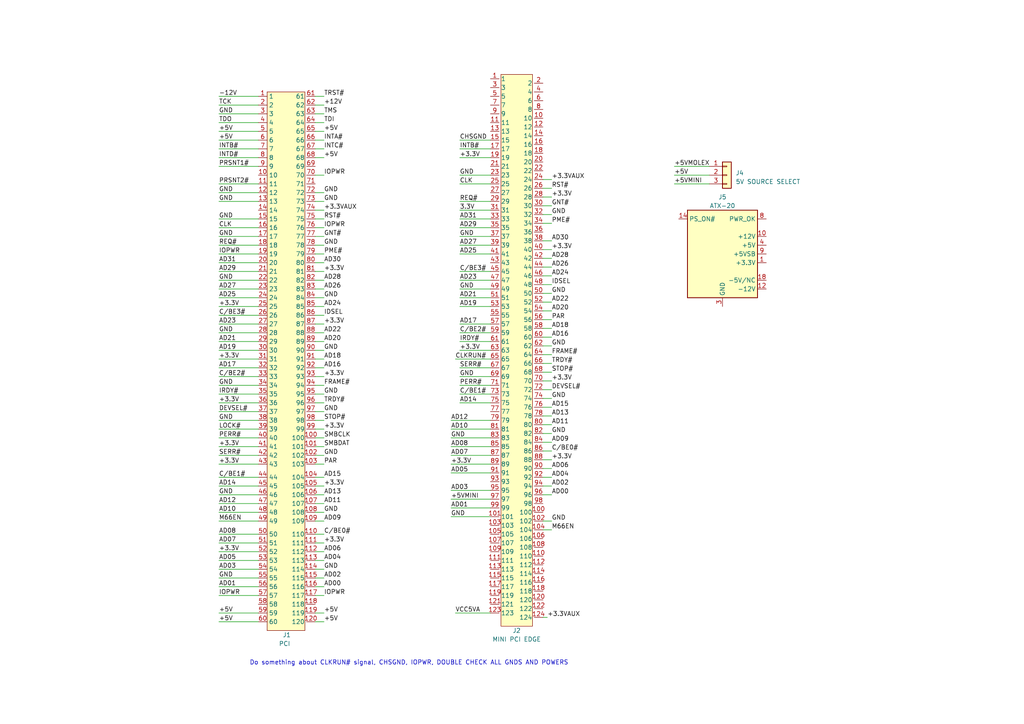
<source format=kicad_sch>
(kicad_sch (version 20230121) (generator eeschema)
  (paper "A4")
  (lib_symbols
    (symbol "Connector:ATX-20"
      (property "Reference" "J" (at -8.89 13.97 0))
      (property "Value" "ATX-20" (at 6.35 13.97 0))
      (symbol "ATX-20_0_1"
        (rectangle (start -10.16 12.7) (end 10.16 -12.7) (stroke (width 0.254)) (fill (type background)))
      )
      (symbol "ATX-20_1_1"
        (pin power_out line (at 12.7 -2.54 180) (length 2.54) (name "+3.3V") (number "1"))
        (pin power_out line (at 12.7 5.08 180) (length 2.54) (name "+12V") (number "10"))
        (pin passive line (at 12.7 -2.54 180) (length 2.54) hide (name "+3.3V") (number "11"))
        (pin power_out line (at 12.7 -10.16 180) (length 2.54) (name "-12V") (number "12"))
        (pin passive line (at 0 -15.24 90) (length 2.54) hide (name "GND") (number "13"))
        (pin open_collector line (at -12.7 10.16 0) (length 2.54) (name "PS_ON#") (number "14"))
        (pin passive line (at 0 -15.24 90) (length 2.54) hide (name "GND") (number "15"))
        (pin passive line (at 0 -15.24 90) (length 2.54) hide (name "GND") (number "16"))
        (pin passive line (at 0 -15.24 90) (length 2.54) hide (name "GND") (number "17"))
        (pin power_out line (at 12.7 -7.62 180) (length 2.54) (name "-5V/NC") (number "18"))
        (pin passive line (at 12.7 2.54 180) (length 2.54) hide (name "+5V") (number "19"))
        (pin passive line (at 12.7 -2.54 180) (length 2.54) hide (name "+3.3V") (number "2"))
        (pin passive line (at 12.7 2.54 180) (length 2.54) hide (name "+5V") (number "20"))
        (pin power_out line (at 0 -15.24 90) (length 2.54) (name "GND") (number "3"))
        (pin power_out line (at 12.7 2.54 180) (length 2.54) (name "+5V") (number "4"))
        (pin passive line (at 0 -15.24 90) (length 2.54) hide (name "GND") (number "5"))
        (pin passive line (at 12.7 2.54 180) (length 2.54) hide (name "+5V") (number "6"))
        (pin passive line (at 0 -15.24 90) (length 2.54) hide (name "GND") (number "7"))
        (pin output line (at 12.7 10.16 180) (length 2.54) (name "PWR_OK") (number "8"))
        (pin power_out line (at 12.7 0 180) (length 2.54) (name "+5VSB") (number "9"))
      )
    )
    (symbol "Connector_Generic:Conn_01x03" (pin_names (offset 1.016) hide)
      (property "Reference" "J" (at 0 5.08 0))
      (property "Value" "Conn_01x03" (at 0 -5.08 0))
      (symbol "Conn_01x03_1_1"
        (rectangle (start -1.27 -2.413) (end 0 -2.667) (stroke (width 0.1524)))
        (rectangle (start -1.27 0.127) (end 0 -0.127) (stroke (width 0.1524)))
        (rectangle (start -1.27 2.667) (end 0 2.413) (stroke (width 0.1524)))
        (rectangle (start -1.27 3.81) (end 1.27 -3.81) (stroke (width 0.254)) (fill (type background)))
        (pin passive line (at -5.08 2.54 0) (length 3.81) (name "Pin_1") (number "1"))
        (pin passive line (at -5.08 0 0) (length 3.81) (name "Pin_2") (number "2"))
        (pin passive line (at -5.08 -2.54 0) (length 3.81) (name "Pin_3") (number "3"))
      )
    )
    (symbol "PCI:PCI"
      (property "Reference" "J" (at -5.08 85.09 0))
      (symbol "PCI_0_1"
        (rectangle (start -5.08 83.82) (end 5.8965 -72.39) (fill (type background)))
      )
      (symbol "PCI_1_1"
        (pin input line (at -7.62 -71.12 0) (length 2.54) (name "1") (number "1"))
        (pin input line (at -7.62 -48.26 0) (length 2.54) (name "10") (number "10"))
        (pin input line (at 8.89 27.94 180) (length 2.54) (name "100") (number "100"))
        (pin input line (at 8.89 30.48 180) (length 2.54) (name "101") (number "101"))
        (pin input line (at 8.89 33.02 180) (length 2.54) (name "102") (number "102"))
        (pin input line (at 8.89 35.56 180) (length 2.54) (name "103") (number "103"))
        (pin input line (at 8.89 39.37 180) (length 2.54) (name "104") (number "104"))
        (pin input line (at 8.89 41.91 180) (length 2.54) (name "105") (number "105"))
        (pin input line (at 8.89 44.45 180) (length 2.54) (name "106") (number "106"))
        (pin input line (at 8.89 46.99 180) (length 2.54) (name "107") (number "107"))
        (pin input line (at 8.89 49.53 180) (length 2.54) (name "108") (number "108"))
        (pin input line (at 8.89 52.07 180) (length 2.54) (name "109") (number "109"))
        (pin input line (at -7.62 -45.72 0) (length 2.54) (name "11") (number "11"))
        (pin input line (at 8.89 55.88 180) (length 2.54) (name "110") (number "110"))
        (pin input line (at 8.89 58.42 180) (length 2.54) (name "111") (number "111"))
        (pin input line (at 8.89 60.96 180) (length 2.54) (name "112") (number "112"))
        (pin input line (at 8.89 63.5 180) (length 2.54) (name "113") (number "113"))
        (pin input line (at 8.89 66.04 180) (length 2.54) (name "114") (number "114"))
        (pin input line (at 8.89 68.58 180) (length 2.54) (name "115") (number "115"))
        (pin input line (at 8.89 71.12 180) (length 2.54) (name "116") (number "116"))
        (pin input line (at 8.89 73.66 180) (length 2.54) (name "117") (number "117"))
        (pin input line (at 8.89 76.2 180) (length 2.54) (name "118") (number "118"))
        (pin input line (at 8.89 78.74 180) (length 2.54) (name "119") (number "119"))
        (pin input line (at -7.62 -43.18 0) (length 2.54) (name "12") (number "12"))
        (pin input line (at 8.89 81.28 180) (length 2.54) (name "120") (number "120"))
        (pin input line (at -7.62 -40.64 0) (length 2.54) (name "13") (number "13"))
        (pin input line (at -7.62 -38.1 0) (length 2.54) (name "14") (number "14"))
        (pin input line (at -7.62 -35.56 0) (length 2.54) (name "15") (number "15"))
        (pin input line (at -7.62 -33.02 0) (length 2.54) (name "16") (number "16"))
        (pin input line (at -7.62 -30.48 0) (length 2.54) (name "17") (number "17"))
        (pin input line (at -7.62 -27.94 0) (length 2.54) (name "18") (number "18"))
        (pin input line (at -7.62 -25.4 0) (length 2.54) (name "19") (number "19"))
        (pin input line (at -7.62 -68.58 0) (length 2.54) (name "2") (number "2"))
        (pin input line (at -7.62 -22.86 0) (length 2.54) (name "20") (number "20"))
        (pin input line (at -7.62 -20.32 0) (length 2.54) (name "21") (number "21"))
        (pin input line (at -7.62 -17.78 0) (length 2.54) (name "22") (number "22"))
        (pin input line (at -7.62 -15.24 0) (length 2.54) (name "23") (number "23"))
        (pin input line (at -7.62 -12.7 0) (length 2.54) (name "24") (number "24"))
        (pin input line (at -7.62 -10.16 0) (length 2.54) (name "25") (number "25"))
        (pin input line (at -7.62 -7.62 0) (length 2.54) (name "26") (number "26"))
        (pin input line (at -7.62 -5.08 0) (length 2.54) (name "27") (number "27"))
        (pin input line (at -7.62 -2.54 0) (length 2.54) (name "28") (number "28"))
        (pin input line (at -7.62 0 0) (length 2.54) (name "29") (number "29"))
        (pin input line (at -7.62 -66.04 0) (length 2.54) (name "3") (number "3"))
        (pin input line (at -7.62 2.54 0) (length 2.54) (name "30") (number "30"))
        (pin input line (at -7.62 5.08 0) (length 2.54) (name "31") (number "31"))
        (pin input line (at -7.62 7.62 0) (length 2.54) (name "32") (number "32"))
        (pin input line (at -7.62 10.16 0) (length 2.54) (name "33") (number "33"))
        (pin input line (at -7.62 12.7 0) (length 2.54) (name "34") (number "34"))
        (pin input line (at -7.62 15.24 0) (length 2.54) (name "35") (number "35"))
        (pin input line (at -7.62 17.78 0) (length 2.54) (name "36") (number "36"))
        (pin input line (at -7.62 20.32 0) (length 2.54) (name "37") (number "37"))
        (pin input line (at -7.62 22.86 0) (length 2.54) (name "38") (number "38"))
        (pin input line (at -7.62 25.4 0) (length 2.54) (name "39") (number "39"))
        (pin input line (at -7.62 -63.5 0) (length 2.54) (name "4") (number "4"))
        (pin input line (at -7.62 27.94 0) (length 2.54) (name "40") (number "40"))
        (pin input line (at -7.62 30.48 0) (length 2.54) (name "41") (number "41"))
        (pin input line (at -7.62 33.02 0) (length 2.54) (name "42") (number "42"))
        (pin input line (at -7.62 35.56 0) (length 2.54) (name "43") (number "43"))
        (pin input line (at -7.62 39.37 0) (length 2.54) (name "44") (number "44"))
        (pin input line (at -7.62 41.91 0) (length 2.54) (name "45") (number "45"))
        (pin input line (at -7.62 44.45 0) (length 2.54) (name "46") (number "46"))
        (pin input line (at -7.62 46.99 0) (length 2.54) (name "47") (number "47"))
        (pin input line (at -7.62 49.53 0) (length 2.54) (name "48") (number "48"))
        (pin input line (at -7.62 52.07 0) (length 2.54) (name "49") (number "49"))
        (pin input line (at -7.62 -60.96 0) (length 2.54) (name "5") (number "5"))
        (pin input line (at -7.62 55.88 0) (length 2.54) (name "50") (number "50"))
        (pin input line (at -7.62 58.42 0) (length 2.54) (name "51") (number "51"))
        (pin input line (at -7.62 60.96 0) (length 2.54) (name "52") (number "52"))
        (pin input line (at -7.62 63.5 0) (length 2.54) (name "53") (number "53"))
        (pin input line (at -7.62 66.04 0) (length 2.54) (name "54") (number "54"))
        (pin input line (at -7.62 68.58 0) (length 2.54) (name "55") (number "55"))
        (pin input line (at -7.62 71.12 0) (length 2.54) (name "56") (number "56"))
        (pin input line (at -7.62 73.66 0) (length 2.54) (name "57") (number "57"))
        (pin input line (at -7.62 76.2 0) (length 2.54) (name "58") (number "58"))
        (pin input line (at -7.62 78.74 0) (length 2.54) (name "59") (number "59"))
        (pin input line (at -7.62 -58.42 0) (length 2.54) (name "6") (number "6"))
        (pin input line (at -7.62 81.28 0) (length 2.54) (name "60") (number "60"))
        (pin input line (at 8.89 -71.12 180) (length 2.54) (name "61") (number "61"))
        (pin input line (at 8.89 -68.58 180) (length 2.54) (name "62") (number "62"))
        (pin input line (at 8.89 -66.04 180) (length 2.54) (name "63") (number "63"))
        (pin input line (at 8.89 -63.5 180) (length 2.54) (name "64") (number "64"))
        (pin input line (at 8.89 -60.96 180) (length 2.54) (name "65") (number "65"))
        (pin input line (at 8.89 -58.42 180) (length 2.54) (name "66") (number "66"))
        (pin input line (at 8.89 -55.88 180) (length 2.54) (name "67") (number "67"))
        (pin input line (at 8.89 -53.34 180) (length 2.54) (name "68") (number "68"))
        (pin input line (at 8.89 -50.8 180) (length 2.54) (name "69") (number "69"))
        (pin input line (at -7.62 -55.88 0) (length 2.54) (name "7") (number "7"))
        (pin input line (at 8.89 -48.26 180) (length 2.54) (name "70") (number "70"))
        (pin input line (at 8.89 -45.72 180) (length 2.54) (name "71") (number "71"))
        (pin input line (at 8.89 -43.18 180) (length 2.54) (name "72") (number "72"))
        (pin input line (at 8.89 -40.64 180) (length 2.54) (name "73") (number "73"))
        (pin input line (at 8.89 -38.1 180) (length 2.54) (name "74") (number "74"))
        (pin input line (at 8.89 -35.56 180) (length 2.54) (name "75") (number "75"))
        (pin input line (at 8.89 -33.02 180) (length 2.54) (name "76") (number "76"))
        (pin input line (at 8.89 -30.48 180) (length 2.54) (name "77") (number "77"))
        (pin input line (at 8.89 -27.94 180) (length 2.54) (name "78") (number "78"))
        (pin input line (at 8.89 -25.4 180) (length 2.54) (name "79") (number "79"))
        (pin input line (at -7.62 -53.34 0) (length 2.54) (name "8") (number "8"))
        (pin input line (at 8.89 -22.86 180) (length 2.54) (name "80") (number "80"))
        (pin input line (at 8.89 -20.32 180) (length 2.54) (name "81") (number "81"))
        (pin input line (at 8.89 -17.78 180) (length 2.54) (name "82") (number "82"))
        (pin input line (at 8.89 -15.24 180) (length 2.54) (name "83") (number "83"))
        (pin input line (at 8.89 -12.7 180) (length 2.54) (name "84") (number "84"))
        (pin input line (at 8.89 -10.16 180) (length 2.54) (name "85") (number "85"))
        (pin input line (at 8.89 -7.62 180) (length 2.54) (name "86") (number "86"))
        (pin input line (at 8.89 -5.08 180) (length 2.54) (name "87") (number "87"))
        (pin input line (at 8.89 -2.54 180) (length 2.54) (name "88") (number "88"))
        (pin input line (at 8.89 0 180) (length 2.54) (name "89") (number "89"))
        (pin input line (at -7.62 -50.8 0) (length 2.54) (name "9") (number "9"))
        (pin input line (at 8.89 2.54 180) (length 2.54) (name "90") (number "90"))
        (pin input line (at 8.89 5.08 180) (length 2.54) (name "91") (number "91"))
        (pin input line (at 8.89 7.62 180) (length 2.54) (name "92") (number "92"))
        (pin input line (at 8.89 10.16 180) (length 2.54) (name "93") (number "93"))
        (pin input line (at 8.89 12.7 180) (length 2.54) (name "94") (number "94"))
        (pin input line (at 8.89 15.24 180) (length 2.54) (name "95") (number "95"))
        (pin input line (at 8.89 17.78 180) (length 2.54) (name "96") (number "96"))
        (pin input line (at 8.89 20.32 180) (length 2.54) (name "97") (number "97"))
        (pin input line (at 8.89 22.86 180) (length 2.54) (name "98") (number "98"))
        (pin input line (at 8.89 25.4 180) (length 2.54) (name "99") (number "99"))
      )
    )
    (symbol "PCI:minipci"
      (property "Reference" "J" (at -5.08 118.11 0))
      (symbol "minipci_0_1"
        (rectangle (start -4.5551 195.58) (end 4.5903 35.56) (fill (type background)))
      )
      (symbol "minipci_1_1"
        (pin input line (at -7.62 36.83 0) (length 2.54) (name "1") (number "1"))
        (pin input line (at 7.62 48.26 180) (length 2.54) (name "10") (number "10"))
        (pin input line (at 7.62 162.56 180) (length 2.54) (name "100") (number "100"))
        (pin input line (at -7.62 163.83 0) (length 2.54) (name "101") (number "101"))
        (pin input line (at 7.62 165.1 180) (length 2.54) (name "102") (number "102"))
        (pin input line (at -7.62 166.37 0) (length 2.54) (name "103") (number "103"))
        (pin input line (at 7.62 167.64 180) (length 2.54) (name "104") (number "104"))
        (pin input line (at -7.62 168.91 0) (length 2.54) (name "105") (number "105"))
        (pin input line (at 7.62 170.18 180) (length 2.54) (name "106") (number "106"))
        (pin input line (at -7.62 171.45 0) (length 2.54) (name "107") (number "107"))
        (pin input line (at 7.62 172.72 180) (length 2.54) (name "108") (number "108"))
        (pin input line (at -7.62 173.99 0) (length 2.54) (name "109") (number "109"))
        (pin input line (at -7.62 49.53 0) (length 2.54) (name "11") (number "11"))
        (pin input line (at 7.62 175.26 180) (length 2.54) (name "110") (number "110"))
        (pin input line (at -7.62 176.53 0) (length 2.54) (name "111") (number "111"))
        (pin input line (at 7.62 177.8 180) (length 2.54) (name "112") (number "112"))
        (pin input line (at -7.62 179.07 0) (length 2.54) (name "113") (number "113"))
        (pin input line (at 7.62 180.34 180) (length 2.54) (name "114") (number "114"))
        (pin input line (at -7.62 181.61 0) (length 2.54) (name "115") (number "115"))
        (pin input line (at 7.62 182.88 180) (length 2.54) (name "116") (number "116"))
        (pin input line (at -7.62 184.15 0) (length 2.54) (name "117") (number "117"))
        (pin input line (at 7.62 185.42 180) (length 2.54) (name "118") (number "118"))
        (pin input line (at -7.62 186.69 0) (length 2.54) (name "119") (number "119"))
        (pin input line (at 7.62 50.8 180) (length 2.54) (name "12") (number "12"))
        (pin input line (at 7.62 187.96 180) (length 2.54) (name "120") (number "120"))
        (pin input line (at -7.62 189.23 0) (length 2.54) (name "121") (number "121"))
        (pin input line (at 7.62 190.5 180) (length 2.54) (name "122") (number "122"))
        (pin input line (at -7.62 191.77 0) (length 2.54) (name "123") (number "123"))
        (pin input line (at 7.62 193.04 180) (length 2.54) (name "124") (number "124"))
        (pin input line (at -7.62 52.07 0) (length 2.54) (name "13") (number "13"))
        (pin input line (at 7.62 53.34 180) (length 2.54) (name "14") (number "14"))
        (pin input line (at -7.62 54.61 0) (length 2.54) (name "15") (number "15"))
        (pin input line (at 7.62 55.88 180) (length 2.54) (name "16") (number "16"))
        (pin input line (at -7.62 57.15 0) (length 2.54) (name "17") (number "17"))
        (pin input line (at 7.62 58.42 180) (length 2.54) (name "18") (number "18"))
        (pin input line (at -7.62 59.69 0) (length 2.54) (name "19") (number "19"))
        (pin input line (at 7.62 38.1 180) (length 2.54) (name "2") (number "2"))
        (pin input line (at 7.62 60.96 180) (length 2.54) (name "20") (number "20"))
        (pin input line (at -7.62 62.23 0) (length 2.54) (name "21") (number "21"))
        (pin input line (at 7.62 63.5 180) (length 2.54) (name "22") (number "22"))
        (pin input line (at -7.62 64.77 0) (length 2.54) (name "23") (number "23"))
        (pin input line (at 7.62 66.04 180) (length 2.54) (name "24") (number "24"))
        (pin input line (at -7.62 67.31 0) (length 2.54) (name "25") (number "25"))
        (pin input line (at 7.62 68.58 180) (length 2.54) (name "26") (number "26"))
        (pin input line (at -7.62 69.85 0) (length 2.54) (name "27") (number "27"))
        (pin input line (at 7.62 71.12 180) (length 2.54) (name "28") (number "28"))
        (pin input line (at -7.62 72.39 0) (length 2.54) (name "29") (number "29"))
        (pin input line (at -7.62 39.37 0) (length 2.54) (name "3") (number "3"))
        (pin input line (at 7.62 73.66 180) (length 2.54) (name "30") (number "30"))
        (pin input line (at -7.62 74.93 0) (length 2.54) (name "31") (number "31"))
        (pin input line (at 7.62 76.2 180) (length 2.54) (name "32") (number "32"))
        (pin input line (at -7.62 77.47 0) (length 2.54) (name "33") (number "33"))
        (pin input line (at 7.62 78.74 180) (length 2.54) (name "34") (number "34"))
        (pin input line (at -7.62 80.01 0) (length 2.54) (name "35") (number "35"))
        (pin input line (at 7.62 81.28 180) (length 2.54) (name "36") (number "36"))
        (pin input line (at -7.62 82.55 0) (length 2.54) (name "37") (number "37"))
        (pin input line (at 7.62 83.82 180) (length 2.54) (name "38") (number "38"))
        (pin input line (at -7.62 85.09 0) (length 2.54) (name "39") (number "39"))
        (pin input line (at 7.62 40.64 180) (length 2.54) (name "4") (number "4"))
        (pin input line (at 7.62 86.36 180) (length 2.54) (name "40") (number "40"))
        (pin input line (at -7.62 87.63 0) (length 2.54) (name "41") (number "41"))
        (pin input line (at 7.62 88.9 180) (length 2.54) (name "42") (number "42"))
        (pin input line (at -7.62 90.17 0) (length 2.54) (name "43") (number "43"))
        (pin input line (at 7.62 91.44 180) (length 2.54) (name "44") (number "44"))
        (pin input line (at -7.62 92.71 0) (length 2.54) (name "45") (number "45"))
        (pin input line (at 7.62 93.98 180) (length 2.54) (name "46") (number "46"))
        (pin input line (at -7.62 95.25 0) (length 2.54) (name "47") (number "47"))
        (pin input line (at 7.62 96.52 180) (length 2.54) (name "48") (number "48"))
        (pin input line (at -7.62 97.79 0) (length 2.54) (name "49") (number "49"))
        (pin input line (at -7.62 41.91 0) (length 2.54) (name "5") (number "5"))
        (pin input line (at 7.62 99.06 180) (length 2.54) (name "50") (number "50"))
        (pin input line (at -7.62 100.33 0) (length 2.54) (name "51") (number "51"))
        (pin input line (at 7.62 101.6 180) (length 2.54) (name "52") (number "52"))
        (pin input line (at -7.62 102.87 0) (length 2.54) (name "53") (number "53"))
        (pin input line (at 7.62 104.14 180) (length 2.54) (name "54") (number "54"))
        (pin input line (at -7.62 105.41 0) (length 2.54) (name "55") (number "55"))
        (pin input line (at 7.62 106.68 180) (length 2.54) (name "56") (number "56"))
        (pin input line (at -7.62 107.95 0) (length 2.54) (name "57") (number "57"))
        (pin input line (at 7.62 109.22 180) (length 2.54) (name "58") (number "58"))
        (pin input line (at -7.62 110.49 0) (length 2.54) (name "59") (number "59"))
        (pin input line (at 7.62 43.18 180) (length 2.54) (name "6") (number "6"))
        (pin input line (at 7.62 111.76 180) (length 2.54) (name "60") (number "60"))
        (pin input line (at -7.62 113.03 0) (length 2.54) (name "61") (number "61"))
        (pin input line (at 7.62 114.3 180) (length 2.54) (name "62") (number "62"))
        (pin input line (at -7.62 115.57 0) (length 2.54) (name "63") (number "63"))
        (pin input line (at 7.62 116.84 180) (length 2.54) (name "64") (number "64"))
        (pin input line (at -7.62 118.11 0) (length 2.54) (name "65") (number "65"))
        (pin input line (at 7.62 119.38 180) (length 2.54) (name "66") (number "66"))
        (pin input line (at -7.62 120.65 0) (length 2.54) (name "67") (number "67"))
        (pin input line (at 7.62 121.92 180) (length 2.54) (name "68") (number "68"))
        (pin input line (at -7.62 123.19 0) (length 2.54) (name "69") (number "69"))
        (pin input line (at -7.62 44.45 0) (length 2.54) (name "7") (number "7"))
        (pin input line (at 7.62 124.46 180) (length 2.54) (name "70") (number "70"))
        (pin input line (at -7.62 125.73 0) (length 2.54) (name "71") (number "71"))
        (pin input line (at 7.62 127 180) (length 2.54) (name "72") (number "72"))
        (pin input line (at -7.62 128.27 0) (length 2.54) (name "73") (number "73"))
        (pin input line (at 7.62 129.54 180) (length 2.54) (name "74") (number "74"))
        (pin input line (at -7.62 130.81 0) (length 2.54) (name "75") (number "75"))
        (pin input line (at 7.62 132.08 180) (length 2.54) (name "76") (number "76"))
        (pin input line (at -7.62 133.35 0) (length 2.54) (name "77") (number "77"))
        (pin input line (at 7.62 134.62 180) (length 2.54) (name "78") (number "78"))
        (pin input line (at -7.62 135.89 0) (length 2.54) (name "79") (number "79"))
        (pin input line (at 7.62 45.72 180) (length 2.54) (name "8") (number "8"))
        (pin input line (at 7.62 137.16 180) (length 2.54) (name "80") (number "80"))
        (pin input line (at -7.62 138.43 0) (length 2.54) (name "81") (number "81"))
        (pin input line (at 7.62 139.7 180) (length 2.54) (name "82") (number "82"))
        (pin input line (at -7.62 140.97 0) (length 2.54) (name "83") (number "83"))
        (pin input line (at 7.62 142.24 180) (length 2.54) (name "84") (number "84"))
        (pin input line (at -7.62 143.51 0) (length 2.54) (name "85") (number "85"))
        (pin input line (at 7.62 144.78 180) (length 2.54) (name "86") (number "86"))
        (pin input line (at -7.62 146.05 0) (length 2.54) (name "87") (number "87"))
        (pin input line (at 7.62 147.32 180) (length 2.54) (name "88") (number "88"))
        (pin input line (at -7.62 148.59 0) (length 2.54) (name "89") (number "89"))
        (pin input line (at -7.62 46.99 0) (length 2.54) (name "9") (number "9"))
        (pin input line (at 7.62 149.86 180) (length 2.54) (name "90") (number "90"))
        (pin input line (at -7.62 151.13 0) (length 2.54) (name "91") (number "91"))
        (pin input line (at 7.62 152.4 180) (length 2.54) (name "92") (number "92"))
        (pin input line (at -7.62 153.67 0) (length 2.54) (name "93") (number "93"))
        (pin input line (at 7.62 154.94 180) (length 2.54) (name "94") (number "94"))
        (pin input line (at -7.62 156.21 0) (length 2.54) (name "95") (number "95"))
        (pin input line (at 7.62 157.48 180) (length 2.54) (name "96") (number "96"))
        (pin input line (at -7.62 158.75 0) (length 2.54) (name "97") (number "97"))
        (pin input line (at 7.62 160.02 180) (length 2.54) (name "98") (number "98"))
        (pin input line (at -7.62 161.29 0) (length 2.54) (name "99") (number "99"))
      )
    )
  )
  (wire (pts (xy 74.93 151.13) (xy 63.5 151.13)))
  (wire (pts (xy 63.5 48.26) (xy 74.93 48.26)))
  (wire (pts (xy 74.93 99.06) (xy 63.5 99.06)))
  (wire (pts (xy 133.35 111.76) (xy 142.24 111.76)))
  (wire (pts (xy 142.24 142.24) (xy 130.81 142.24)))
  (wire (pts (xy 133.35 116.84) (xy 142.24 116.84)))
  (wire (pts (xy 63.5 33.02) (xy 74.93 33.02)))
  (wire (pts (xy 93.98 140.97) (xy 91.44 140.97)))
  (wire (pts (xy 160.02 62.23) (xy 157.48 62.23)))
  (wire (pts (xy 160.02 123.19) (xy 157.48 123.19)))
  (wire (pts (xy 93.98 119.38) (xy 91.44 119.38)))
  (wire (pts (xy 93.98 104.14) (xy 91.44 104.14)))
  (wire (pts (xy 93.98 132.08) (xy 91.44 132.08)))
  (wire (pts (xy 74.93 172.72) (xy 63.5 172.72)))
  (wire (pts (xy 74.93 78.74) (xy 63.5 78.74)))
  (wire (pts (xy 142.24 127) (xy 130.81 127)))
  (wire (pts (xy 160.02 57.15) (xy 157.48 57.15)))
  (wire (pts (xy 132.08 104.14) (xy 142.24 104.14)))
  (wire (pts (xy 93.98 151.13) (xy 91.44 151.13)))
  (wire (pts (xy 93.98 124.46) (xy 91.44 124.46)))
  (wire (pts (xy 74.93 165.1) (xy 63.5 165.1)))
  (wire (pts (xy 93.98 172.72) (xy 91.44 172.72)))
  (wire (pts (xy 160.02 105.41) (xy 157.48 105.41)))
  (wire (pts (xy 93.98 83.82) (xy 91.44 83.82)))
  (wire (pts (xy 93.98 30.48) (xy 91.44 30.48)))
  (wire (pts (xy 93.98 78.74) (xy 91.44 78.74)))
  (wire (pts (xy 93.98 127) (xy 91.44 127)))
  (wire (pts (xy 74.93 55.88) (xy 63.5 55.88)))
  (wire (pts (xy 93.98 58.42) (xy 91.44 58.42)))
  (wire (pts (xy 74.93 83.82) (xy 63.5 83.82)))
  (wire (pts (xy 160.02 143.51) (xy 157.48 143.51)))
  (wire (pts (xy 74.93 129.54) (xy 63.5 129.54)))
  (wire (pts (xy 160.02 128.27) (xy 157.48 128.27)))
  (wire (pts (xy 160.02 77.47) (xy 157.48 77.47)))
  (wire (pts (xy 158.75 179.07) (xy 157.48 179.07)))
  (wire (pts (xy 160.02 97.79) (xy 157.48 97.79)))
  (wire (pts (xy 74.93 45.72) (xy 63.5 45.72)))
  (wire (pts (xy 160.02 59.69) (xy 157.48 59.69)))
  (wire (pts (xy 74.93 114.3) (xy 63.5 114.3)))
  (wire (pts (xy 133.35 53.34) (xy 142.24 53.34)))
  (wire (pts (xy 93.98 81.28) (xy 91.44 81.28)))
  (wire (pts (xy 133.35 73.66) (xy 142.24 73.66)))
  (wire (pts (xy 93.98 114.3) (xy 91.44 114.3)))
  (wire (pts (xy 93.98 27.94) (xy 91.44 27.94)))
  (wire (pts (xy 160.02 54.61) (xy 157.48 54.61)))
  (wire (pts (xy 63.5 27.94) (xy 74.93 27.94)))
  (wire (pts (xy 93.98 165.1) (xy 91.44 165.1)))
  (wire (pts (xy 93.98 76.2) (xy 91.44 76.2)))
  (wire (pts (xy 160.02 85.09) (xy 157.48 85.09)))
  (wire (pts (xy 93.98 143.51) (xy 91.44 143.51)))
  (wire (pts (xy 74.93 116.84) (xy 63.5 116.84)))
  (wire (pts (xy 133.35 86.36) (xy 142.24 86.36)))
  (wire (pts (xy 160.02 151.13) (xy 157.48 151.13)))
  (wire (pts (xy 160.02 130.81) (xy 157.48 130.81)))
  (wire (pts (xy 74.93 132.08) (xy 63.5 132.08)))
  (wire (pts (xy 133.35 96.52) (xy 142.24 96.52)))
  (wire (pts (xy 74.93 71.12) (xy 63.5 71.12)))
  (wire (pts (xy 160.02 69.85) (xy 157.48 69.85)))
  (wire (pts (xy 74.93 121.92) (xy 63.5 121.92)))
  (wire (pts (xy 160.02 72.39) (xy 157.48 72.39)))
  (wire (pts (xy 74.93 146.05) (xy 63.5 146.05)))
  (wire (pts (xy 74.93 124.46) (xy 63.5 124.46)))
  (wire (pts (xy 74.93 143.51) (xy 63.5 143.51)))
  (wire (pts (xy 74.93 167.64) (xy 63.5 167.64)))
  (wire (pts (xy 93.98 101.6) (xy 91.44 101.6)))
  (wire (pts (xy 93.98 148.59) (xy 91.44 148.59)))
  (wire (pts (xy 133.35 88.9) (xy 142.24 88.9)))
  (wire (pts (xy 93.98 109.22) (xy 91.44 109.22)))
  (wire (pts (xy 142.24 134.62) (xy 130.81 134.62)))
  (wire (pts (xy 74.93 170.18) (xy 63.5 170.18)))
  (wire (pts (xy 93.98 180.34) (xy 91.44 180.34)))
  (wire (pts (xy 74.93 86.36) (xy 63.5 86.36)))
  (wire (pts (xy 160.02 64.77) (xy 157.48 64.77)))
  (wire (pts (xy 133.35 45.72) (xy 142.24 45.72)))
  (wire (pts (xy 142.24 147.32) (xy 130.81 147.32)))
  (wire (pts (xy 93.98 68.58) (xy 91.44 68.58)))
  (wire (pts (xy 74.93 148.59) (xy 63.5 148.59)))
  (wire (pts (xy 142.24 121.92) (xy 130.81 121.92)))
  (wire (pts (xy 74.93 160.02) (xy 63.5 160.02)))
  (wire (pts (xy 74.93 58.42) (xy 63.5 58.42)))
  (wire (pts (xy 74.93 88.9) (xy 63.5 88.9)))
  (wire (pts (xy 160.02 80.01) (xy 157.48 80.01)))
  (wire (pts (xy 133.35 81.28) (xy 142.24 81.28)))
  (wire (pts (xy 74.93 35.56) (xy 63.5 35.56)))
  (wire (pts (xy 133.35 58.42) (xy 142.24 58.42)))
  (wire (pts (xy 74.93 93.98) (xy 63.5 93.98)))
  (wire (pts (xy 142.24 149.86) (xy 130.81 149.86)))
  (wire (pts (xy 74.93 43.18) (xy 63.5 43.18)))
  (wire (pts (xy 93.98 33.02) (xy 91.44 33.02)))
  (wire (pts (xy 74.93 162.56) (xy 63.5 162.56)))
  (wire (pts (xy 93.98 106.68) (xy 91.44 106.68)))
  (wire (pts (xy 93.98 55.88) (xy 91.44 55.88)))
  (wire (pts (xy 74.93 180.34) (xy 63.5 180.34)))
  (wire (pts (xy 133.35 68.58) (xy 142.24 68.58)))
  (wire (pts (xy 160.02 120.65) (xy 157.48 120.65)))
  (wire (pts (xy 93.98 66.04) (xy 91.44 66.04)))
  (wire (pts (xy 74.93 140.97) (xy 63.5 140.97)))
  (wire (pts (xy 133.35 66.04) (xy 142.24 66.04)))
  (wire (pts (xy 160.02 118.11) (xy 157.48 118.11)))
  (wire (pts (xy 142.24 144.78) (xy 130.81 144.78)))
  (wire (pts (xy 133.35 60.96) (xy 142.24 60.96)))
  (wire (pts (xy 93.98 73.66) (xy 91.44 73.66)))
  (wire (pts (xy 142.24 124.46) (xy 130.81 124.46)))
  (wire (pts (xy 93.98 154.94) (xy 91.44 154.94)))
  (wire (pts (xy 74.93 76.2) (xy 63.5 76.2)))
  (wire (pts (xy 74.93 157.48) (xy 63.5 157.48)))
  (wire (pts (xy 160.02 95.25) (xy 157.48 95.25)))
  (wire (pts (xy 160.02 90.17) (xy 157.48 90.17)))
  (wire (pts (xy 157.48 113.03) (xy 160.02 113.03)))
  (wire (pts (xy 133.35 109.22) (xy 142.24 109.22)))
  (wire (pts (xy 160.02 107.95) (xy 157.48 107.95)))
  (wire (pts (xy 160.02 135.89) (xy 157.48 135.89)))
  (wire (pts (xy 160.02 82.55) (xy 157.48 82.55)))
  (wire (pts (xy 133.35 43.18) (xy 142.24 43.18)))
  (wire (pts (xy 93.98 91.44) (xy 91.44 91.44)))
  (wire (pts (xy 63.5 53.34) (xy 74.93 53.34)))
  (wire (pts (xy 93.98 146.05) (xy 91.44 146.05)))
  (wire (pts (xy 93.98 160.02) (xy 91.44 160.02)))
  (wire (pts (xy 74.93 38.1) (xy 63.5 38.1)))
  (wire (pts (xy 93.98 40.64) (xy 91.44 40.64)))
  (wire (pts (xy 74.93 68.58) (xy 63.5 68.58)))
  (wire (pts (xy 93.98 121.92) (xy 91.44 121.92)))
  (wire (pts (xy 160.02 125.73) (xy 157.48 125.73)))
  (wire (pts (xy 160.02 52.07) (xy 157.48 52.07)))
  (wire (pts (xy 74.93 81.28) (xy 63.5 81.28)))
  (wire (pts (xy 142.24 137.16) (xy 130.81 137.16)))
  (wire (pts (xy 93.98 38.1) (xy 91.44 38.1)))
  (wire (pts (xy 133.35 50.8) (xy 142.24 50.8)))
  (wire (pts (xy 133.35 114.3) (xy 142.24 114.3)))
  (wire (pts (xy 160.02 138.43) (xy 157.48 138.43)))
  (wire (pts (xy 132.08 177.8) (xy 142.24 177.8)))
  (wire (pts (xy 133.35 71.12) (xy 142.24 71.12)))
  (wire (pts (xy 160.02 87.63) (xy 157.48 87.63)))
  (wire (pts (xy 74.93 106.68) (xy 63.5 106.68)))
  (wire (pts (xy 74.93 66.04) (xy 63.5 66.04)))
  (wire (pts (xy 93.98 99.06) (xy 91.44 99.06)))
  (wire (pts (xy 195.58 48.26) (xy 205.74 48.26)))
  (wire (pts (xy 63.5 109.22) (xy 74.93 109.22)))
  (wire (pts (xy 160.02 153.67) (xy 157.48 153.67)))
  (wire (pts (xy 160.02 133.35) (xy 157.48 133.35)))
  (wire (pts (xy 195.58 53.34) (xy 205.74 53.34)))
  (wire (pts (xy 133.35 101.6) (xy 142.24 101.6)))
  (wire (pts (xy 63.5 30.48) (xy 74.93 30.48)))
  (wire (pts (xy 160.02 74.93) (xy 157.48 74.93)))
  (wire (pts (xy 133.35 78.74) (xy 142.24 78.74)))
  (wire (pts (xy 160.02 110.49) (xy 157.48 110.49)))
  (wire (pts (xy 93.98 157.48) (xy 91.44 157.48)))
  (wire (pts (xy 133.35 40.64) (xy 142.24 40.64)))
  (wire (pts (xy 74.93 127) (xy 63.5 127)))
  (wire (pts (xy 160.02 140.97) (xy 157.48 140.97)))
  (wire (pts (xy 133.35 63.5) (xy 142.24 63.5)))
  (wire (pts (xy 93.98 134.62) (xy 91.44 134.62)))
  (wire (pts (xy 74.93 134.62) (xy 63.5 134.62)))
  (wire (pts (xy 74.93 96.52) (xy 63.5 96.52)))
  (wire (pts (xy 93.98 71.12) (xy 91.44 71.12)))
  (wire (pts (xy 133.35 93.98) (xy 142.24 93.98)))
  (wire (pts (xy 133.35 83.82) (xy 142.24 83.82)))
  (wire (pts (xy 205.74 50.8) (xy 195.58 50.8)))
  (wire (pts (xy 133.35 99.06) (xy 142.24 99.06)))
  (wire (pts (xy 93.98 167.64) (xy 91.44 167.64)))
  (wire (pts (xy 93.98 88.9) (xy 91.44 88.9)))
  (wire (pts (xy 93.98 60.96) (xy 91.44 60.96)))
  (wire (pts (xy 93.98 111.76) (xy 91.44 111.76)))
  (wire (pts (xy 142.24 132.08) (xy 130.81 132.08)))
  (wire (pts (xy 74.93 73.66) (xy 63.5 73.66)))
  (wire (pts (xy 93.98 170.18) (xy 91.44 170.18)))
  (wire (pts (xy 74.93 177.8) (xy 63.5 177.8)))
  (wire (pts (xy 142.24 129.54) (xy 130.81 129.54)))
  (wire (pts (xy 93.98 45.72) (xy 91.44 45.72)))
  (wire (pts (xy 74.93 104.14) (xy 63.5 104.14)))
  (wire (pts (xy 93.98 50.8) (xy 91.44 50.8)))
  (wire (pts (xy 93.98 177.8) (xy 91.44 177.8)))
  (wire (pts (xy 133.35 106.68) (xy 142.24 106.68)))
  (wire (pts (xy 160.02 115.57) (xy 157.48 115.57)))
  (wire (pts (xy 160.02 92.71) (xy 157.48 92.71)))
  (wire (pts (xy 74.93 40.64) (xy 63.5 40.64)))
  (wire (pts (xy 93.98 129.54) (xy 91.44 129.54)))
  (wire (pts (xy 74.93 154.94) (xy 63.5 154.94)))
  (wire (pts (xy 63.5 138.43) (xy 74.93 138.43)))
  (wire (pts (xy 160.02 102.87) (xy 157.48 102.87)))
  (wire (pts (xy 93.98 116.84) (xy 91.44 116.84)))
  (wire (pts (xy 93.98 93.98) (xy 91.44 93.98)))
  (wire (pts (xy 93.98 162.56) (xy 91.44 162.56)))
  (wire (pts (xy 93.98 138.43) (xy 91.44 138.43)))
  (wire (pts (xy 93.98 63.5) (xy 91.44 63.5)))
  (wire (pts (xy 93.98 35.56) (xy 91.44 35.56)))
  (wire (pts (xy 93.98 43.18) (xy 91.44 43.18)))
  (wire (pts (xy 74.93 111.76) (xy 63.5 111.76)))
  (wire (pts (xy 63.5 119.38) (xy 74.93 119.38)))
  (wire (pts (xy 63.5 91.44) (xy 74.93 91.44)))
  (wire (pts (xy 74.93 63.5) (xy 63.5 63.5)))
  (wire (pts (xy 74.93 101.6) (xy 63.5 101.6)))
  (wire (pts (xy 160.02 100.33) (xy 157.48 100.33)))
  (wire (pts (xy 93.98 96.52) (xy 91.44 96.52)))
  (wire (pts (xy 93.98 86.36) (xy 91.44 86.36)))
  (text "Do something about CLKRUN# signal, CHSGND, IOPWR, DOUBLE CHECK ALL GNDS AND POWERS \n" (at 72.39 193.04 0) (effects (font (size 1.27 1.27)) (justify left bottom)))
  (label "AD16" (at 160.02 97.79 0))
  (label "IOPWR" (at 93.98 172.72 0))
  (label "GND" (at 133.35 68.58 0))
  (label "+3.3V" (at 160.02 110.49 0))
  (label "GND" (at 63.5 33.02 0))
  (label "AD27" (at 63.5 83.82 0))
  (label "AD03" (at 130.81 142.24 0))
  (label "GND" (at 160.02 151.13 0))
  (label "GND" (at 133.35 83.82 0))
  (label "+3.3V" (at 93.98 93.98 0))
  (label "GND" (at 130.81 149.86 0))
  (label "AD17" (at 63.5 106.68 0))
  (label "+3.3V" (at 130.81 134.62 0))
  (label "GND" (at 160.02 62.23 0))
  (label "TDO" (at 63.5 35.56 0))
  (label "AD02" (at 160.02 140.97 0))
  (label "GND" (at 93.98 86.36 0))
  (label "AD20" (at 93.98 99.06 0))
  (label "CLK" (at 133.35 53.34 0))
  (label "AD23" (at 63.5 93.98 0))
  (label "GND" (at 93.98 132.08 0))
  (label "AD01" (at 63.5 170.18 0))
  (label "INTD#" (at 63.5 45.72 0))
  (label "GND" (at 160.02 85.09 0))
  (label "+5VMOLEX" (at 195.58 48.26 0))
  (label "+5V" (at 195.58 50.8 0))
  (label "AD05" (at 63.5 162.56 0))
  (label "INTA#" (at 93.98 40.64 0))
  (label "AD12" (at 130.81 121.92 0))
  (label "TDI" (at 93.98 35.56 0))
  (label "PAR" (at 93.98 134.62 0))
  (label "+3.3VAUX" (at 158.75 179.07 0))
  (label "GND" (at 160.02 125.73 0))
  (label "+3.3V" (at 63.5 160.02 0))
  (label "AD09" (at 93.98 151.13 0))
  (label "RST#" (at 160.02 54.61 0))
  (label "AD21" (at 133.35 86.36 0))
  (label "AD02" (at 93.98 167.64 0))
  (label "REQ#" (at 63.5 71.12 0))
  (label "SERR#" (at 63.5 132.08 0))
  (label "STOP#" (at 93.98 121.92 0))
  (label "FRAME#" (at 160.02 102.87 0))
  (label "SMBDAT" (at 93.98 129.54 0))
  (label "AD26" (at 160.02 77.47 0))
  (label "AD09" (at 160.02 128.27 0))
  (label "+3.3VAUX" (at 93.98 60.96 0))
  (label "LOCK#" (at 63.5 124.46 0))
  (label "+5V" (at 93.98 180.34 0))
  (label "IOPWR" (at 93.98 66.04 0))
  (label "GND" (at 133.35 50.8 0))
  (label "AD27" (at 133.35 71.12 0))
  (label "GND" (at 63.5 96.52 0))
  (label "AD25" (at 133.35 73.66 0))
  (label "GND" (at 63.5 111.76 0))
  (label "GND" (at 93.98 165.1 0))
  (label "GND" (at 63.5 143.51 0))
  (label "PERR#" (at 63.5 127 0))
  (label "TRST#" (at 93.98 27.94 0))
  (label "+3.3V" (at 63.5 104.14 0))
  (label "AD30" (at 93.98 76.2 0))
  (label "GND" (at 63.5 121.92 0))
  (label "C{slash}BE2#" (at 133.35 96.52 0))
  (label "AD10" (at 63.5 148.59 0))
  (label "+5VMINI" (at 195.58 53.34 0))
  (label "GND" (at 93.98 148.59 0))
  (label "C{slash}BE0#" (at 93.98 154.94 0))
  (label "AD13" (at 93.98 143.51 0))
  (label "C{slash}BE1#" (at 133.35 114.3 0))
  (label "+3.3V" (at 160.02 57.15 0))
  (label "RST#" (at 93.98 63.5 0))
  (label "+3.3V" (at 93.98 157.48 0))
  (label "AD31" (at 63.5 76.2 0))
  (label "AD31" (at 133.35 63.5 0))
  (label "M66EN" (at 160.02 153.67 0))
  (label "+3.3V" (at 133.35 45.72 0))
  (label "AD10" (at 130.81 124.46 0))
  (label "GND" (at 133.35 109.22 0))
  (label "+5V" (at 63.5 38.1 0))
  (label "+3.3V" (at 93.98 140.97 0))
  (label "AD04" (at 93.98 162.56 0))
  (label "AD05" (at 130.81 137.16 0))
  (label "GND" (at 93.98 114.3 0))
  (label "+3.3V" (at 93.98 109.22 0))
  (label "INTC#" (at 93.98 43.18 0))
  (label "GND" (at 63.5 63.5 0))
  (label "+5V" (at 93.98 45.72 0))
  (label "AD11" (at 93.98 146.05 0))
  (label "AD21" (at 63.5 99.06 0))
  (label "SMBCLK" (at 93.98 127 0))
  (label "PRSNT1#" (at 63.5 48.26 0))
  (label "IRDY#" (at 63.5 114.3 0))
  (label "GND" (at 63.5 68.58 0))
  (label "AD06" (at 93.98 160.02 0))
  (label "PRSNT2#" (at 63.5 53.34 0))
  (label "PAR" (at 160.02 92.71 0))
  (label "AD00" (at 160.02 143.51 0))
  (label "AD11" (at 160.02 123.19 0))
  (label "+5V" (at 63.5 177.8 0))
  (label "DEVSEL#" (at 63.5 119.38 0))
  (label "+3.3VAUX" (at 160.02 52.07 0))
  (label "AD13" (at 160.02 120.65 0))
  (label "INTB#" (at 133.35 43.18 0))
  (label "+5V" (at 93.98 38.1 0))
  (label "+5V" (at 63.5 180.34 0))
  (label "+3.3V" (at 63.5 134.62 0))
  (label "+3.3V" (at 63.5 88.9 0))
  (label "GND" (at 160.02 115.57 0))
  (label "INTB#" (at 63.5 43.18 0))
  (label "+5V" (at 63.5 40.64 0))
  (label "AD29" (at 63.5 78.74 0))
  (label "IOPWR" (at 93.98 50.8 0))
  (label "GND" (at 93.98 119.38 0))
  (label "+12V" (at 93.98 30.48 0))
  (label "AD25" (at 63.5 86.36 0))
  (label "+3.3V" (at 160.02 133.35 0))
  (label "CHSGND" (at 133.35 40.64 0))
  (label "3.3V" (at 133.35 60.96 0))
  (label "FRAME#" (at 93.98 111.76 0))
  (label "GNT#" (at 93.98 68.58 0))
  (label "+3.3V" (at 160.02 72.39 0))
  (label "AD06" (at 160.02 135.89 0))
  (label "TRDY#" (at 160.02 105.41 0))
  (label "AD14" (at 133.35 116.84 0))
  (label "GND" (at 63.5 58.42 0))
  (label "TRDY#" (at 93.98 116.84 0))
  (label "GND" (at 63.5 167.64 0))
  (label "AD17" (at 133.35 93.98 0))
  (label "C{slash}BE1#" (at 63.5 138.43 0))
  (label "PERR#" (at 133.35 111.76 0))
  (label "AD30" (at 160.02 69.85 0))
  (label "AD19" (at 133.35 88.9 0))
  (label "GND" (at 93.98 101.6 0))
  (label "AD04" (at 160.02 138.43 0))
  (label "AD29" (at 133.35 66.04 0))
  (label "PME#" (at 160.02 64.77 0))
  (label "AD18" (at 93.98 104.14 0))
  (label "GND" (at 160.02 100.33 0))
  (label "+3.3V" (at 93.98 124.46 0))
  (label "AD08" (at 63.5 154.94 0))
  (label "AD24" (at 160.02 80.01 0))
  (label "CLK" (at 63.5 66.04 0))
  (label "AD19" (at 63.5 101.6 0))
  (label "DEVSEL#" (at 160.02 113.03 0))
  (label "CLKRUN#" (at 132.08 104.14 0))
  (label "-12V" (at 63.5 27.94 0))
  (label "AD26" (at 93.98 83.82 0))
  (label "IDSEL" (at 93.98 91.44 0))
  (label "AD15" (at 93.98 138.43 0))
  (label "GND" (at 130.81 127 0))
  (label "C{slash}BE0#" (at 160.02 130.81 0))
  (label "IOPWR" (at 63.5 172.72 0))
  (label "AD16" (at 93.98 106.68 0))
  (label "GND" (at 63.5 81.28 0))
  (label "AD08" (at 130.81 129.54 0))
  (label "AD01" (at 130.81 147.32 0))
  (label "AD20" (at 160.02 90.17 0))
  (label "AD18" (at 160.02 95.25 0))
  (label "AD28" (at 160.02 74.93 0))
  (label "+3.3V" (at 63.5 116.84 0))
  (label "M66EN" (at 63.5 151.13 0))
  (label "IDSEL" (at 160.02 82.55 0))
  (label "AD22" (at 93.98 96.52 0))
  (label "AD22" (at 160.02 87.63 0))
  (label "GND" (at 63.5 55.88 0))
  (label "GND" (at 93.98 71.12 0))
  (label "+3.3V" (at 133.35 101.6 0))
  (label "TCK" (at 63.5 30.48 0))
  (label "TMS" (at 93.98 33.02 0))
  (label "+5VMINI" (at 130.81 144.78 0))
  (label "SERR#" (at 133.35 106.68 0))
  (label "AD07" (at 63.5 157.48 0))
  (label "C{slash}BE3#" (at 133.35 78.74 0))
  (label "AD07" (at 130.81 132.08 0))
  (label "C{slash}BE2#" (at 63.5 109.22 0))
  (label "AD24" (at 93.98 88.9 0))
  (label "GNT#" (at 160.02 59.69 0))
  (label "IOPWR" (at 63.5 73.66 0))
  (label "+5V" (at 93.98 177.8 0))
  (label "VCC5VA" (at 132.08 177.8 0))
  (label "GND" (at 93.98 55.88 0))
  (label "IRDY#" (at 133.35 99.06 0))
  (label "GND" (at 93.98 58.42 0))
  (label "C{slash}BE3#" (at 63.5 91.44 0))
  (label "AD15" (at 160.02 118.11 0))
  (label "AD03" (at 63.5 165.1 0))
  (label "AD14" (at 63.5 140.97 0))
  (label "AD12" (at 63.5 146.05 0))
  (label "PME#" (at 93.98 73.66 0))
  (label "AD00" (at 93.98 170.18 0))
  (label "+3.3V" (at 63.5 129.54 0))
  (label "REQ#" (at 133.35 58.42 0))
  (label "AD23" (at 133.35 81.28 0))
  (label "+3.3V" (at 93.98 78.74 0))
  (label "AD28" (at 93.98 81.28 0))
  (label "STOP#" (at 160.02 107.95 0))
  (symbol (lib_id "Connector:ATX-20") (at 209.55 73.66 0) (unit 1)
    (property "Reference" "J5" (at 209.55 57.15 0))
    (property "Value" "ATX-20" (at 209.55 59.69 0))
    (property "Footprint" "Connector_Molex:Molex_Mini-Fit_Jr_5566-20A_2x10_P4.20mm_Vertical" (effects hide))
    (property "Datasheet" "https://web.aub.edu.lb/pub/docs/atx_201.pdf#page=20" (effects hide))
  )
  (symbol (lib_id "PCI:minipci") (at 149.86 -13.97 0) (mirror x) (unit 1)
    (property "Reference" "J2" (at 149.86 182.88 0))
    (property "Value" "MINI PCI EDGE" (at 149.86 185.42 0))
    (property "Footprint" "pci:minipci" (effects hide))
  )
  (symbol (lib_id "Connector_Generic:Conn_01x03") (at 210.82 50.8 0) (unit 1)
    (property "Reference" "J4" (at 213.36 50.165 0) (effects (justify left)))
    (property "Value" "5V SOURCE SELECT" (at 213.36 52.705 0) (effects (justify left)))
    (property "Footprint" "Connector_PinHeader_2.54mm:PinHeader_1x03_P2.54mm_Vertical" (effects hide))
  )
  (symbol (lib_id "PCI:PCI") (at 82.55 99.06 0) (mirror x) (unit 1)
    (property "Reference" "J1" (at 83.185 184.15 0))
    (property "Value" "PCI" (at 82.55 186.69 0))
    (property "Footprint" "pci:5145154-1" (effects hide))
  )
)
</source>
